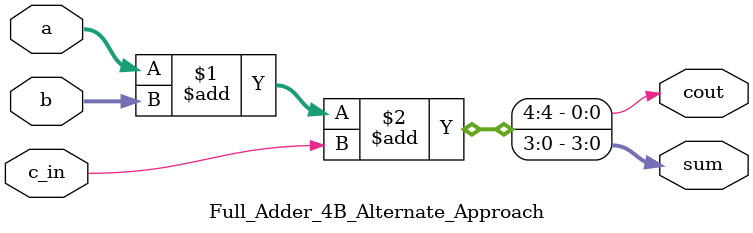
<source format=v>
/* This one of the approaches to code a 4-Bit Full Adder

using dataflow modeling

*/

module Full_Adder_4B_Alternate_Approach(a,b,c_in,sum,cout);

input [3:0]a,b;

input c_in;

output [3:0] sum;

output cout;

assign {cout,sum}=a+b+c_in;

endmodule

</source>
